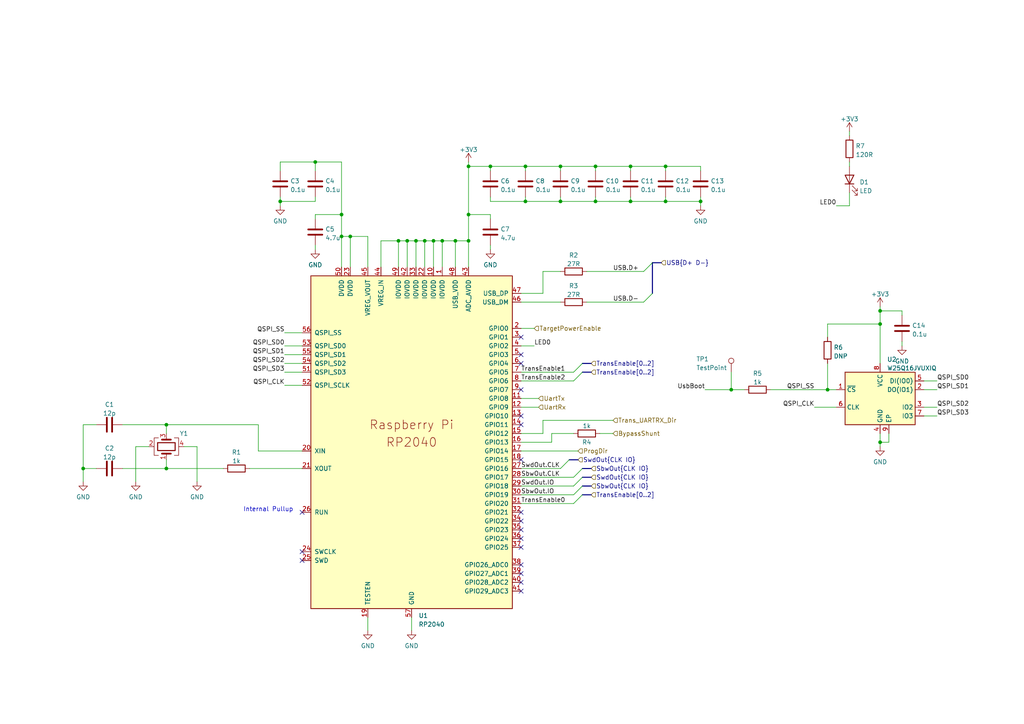
<source format=kicad_sch>
(kicad_sch (version 20211123) (generator eeschema)
  (paper "A4")
  (lib_symbols
    (symbol "Connector:TestPoint" (pin_numbers hide) (pin_names (offset 0.762) hide)
      (property "Reference" "TP" (at 0 6.858 0))
      (property "Value" "TestPoint" (at 0 5.08 0))
      (symbol "TestPoint_0_1"
        (circle (center 0 3.302) (radius 0.762))
      )
      (symbol "TestPoint_1_1"
        (pin passive line (at 0 0 90) (length 2.54) (name "1") (number "1"))
      )
    )
    (symbol "Device:C" (pin_numbers hide) (pin_names (offset 0.254))
      (property "Reference" "C" (at 0.635 2.54 0))
      (property "Value" "C" (at 0.635 -2.54 0))
      (symbol "C_0_1"
        (polyline (pts (xy -2.032 -0.762) (xy 2.032 -0.762)) (stroke (width 0.508)))
        (polyline (pts (xy -2.032 0.762) (xy 2.032 0.762)) (stroke (width 0.508)))
      )
      (symbol "C_1_1"
        (pin passive line (at 0 3.81 270) (length 2.794) (name "~") (number "1"))
        (pin passive line (at 0 -3.81 90) (length 2.794) (name "~") (number "2"))
      )
    )
    (symbol "Device:Crystal_GND24" (pin_names (offset 1.016) hide)
      (property "Reference" "Y" (at 3.175 5.08 0))
      (property "Value" "Crystal_GND24" (at 3.175 3.175 0))
      (symbol "Crystal_GND24_0_1"
        (rectangle (start -1.143 2.54) (end 1.143 -2.54) (stroke (width 0.3048)))
        (polyline (pts (xy -2.54 0) (xy -2.032 0)))
        (polyline (pts (xy -2.032 -1.27) (xy -2.032 1.27)) (stroke (width 0.508)))
        (polyline (pts (xy 0 -3.81) (xy 0 -3.556)))
        (polyline (pts (xy 0 3.556) (xy 0 3.81)))
        (polyline (pts (xy 2.032 -1.27) (xy 2.032 1.27)) (stroke (width 0.508)))
        (polyline (pts (xy 2.032 0) (xy 2.54 0)))
        (polyline (pts (xy -2.54 -2.286) (xy -2.54 -3.556) (xy 2.54 -3.556) (xy 2.54 -2.286)))
        (polyline (pts (xy -2.54 2.286) (xy -2.54 3.556) (xy 2.54 3.556) (xy 2.54 2.286)))
      )
      (symbol "Crystal_GND24_1_1"
        (pin passive line (at -3.81 0 0) (length 1.27) (name "1") (number "1"))
        (pin passive line (at 0 5.08 270) (length 1.27) (name "2") (number "2"))
        (pin passive line (at 3.81 0 180) (length 1.27) (name "3") (number "3"))
        (pin passive line (at 0 -5.08 90) (length 1.27) (name "4") (number "4"))
      )
    )
    (symbol "Device:LED" (pin_numbers hide) (pin_names (offset 1.016) hide)
      (property "Reference" "D" (at 0 2.54 0))
      (property "Value" "LED" (at 0 -2.54 0))
      (symbol "LED_0_1"
        (polyline (pts (xy -1.27 -1.27) (xy -1.27 1.27)) (stroke (width 0.254)))
        (polyline (pts (xy -1.27 0) (xy 1.27 0)))
        (polyline (pts (xy 1.27 -1.27) (xy 1.27 1.27) (xy -1.27 0) (xy 1.27 -1.27)) (stroke (width 0.254)))
        (polyline (pts (xy -3.048 -0.762) (xy -4.572 -2.286) (xy -3.81 -2.286) (xy -4.572 -2.286) (xy -4.572 -1.524)))
        (polyline (pts (xy -1.778 -0.762) (xy -3.302 -2.286) (xy -2.54 -2.286) (xy -3.302 -2.286) (xy -3.302 -1.524)))
      )
      (symbol "LED_1_1"
        (pin passive line (at -3.81 0 0) (length 2.54) (name "K") (number "1"))
        (pin passive line (at 3.81 0 180) (length 2.54) (name "A") (number "2"))
      )
    )
    (symbol "Device:R" (pin_numbers hide) (pin_names (offset 0))
      (property "Reference" "R" (at 2.032 0 90))
      (property "Value" "R" (at 0 0 90))
      (symbol "R_0_1"
        (rectangle (start -1.016 -2.54) (end 1.016 2.54) (stroke (width 0.254)))
      )
      (symbol "R_1_1"
        (pin passive line (at 0 3.81 270) (length 1.27) (name "~") (number "1"))
        (pin passive line (at 0 -3.81 90) (length 1.27) (name "~") (number "2"))
      )
    )
    (symbol "power:+3V3" (power) (pin_names (offset 0))
      (property "Value" "+3V3" (at 0 3.556 0))
      (symbol "+3V3_0_1"
        (polyline (pts (xy -0.762 1.27) (xy 0 2.54)))
        (polyline (pts (xy 0 0) (xy 0 2.54)))
        (polyline (pts (xy 0 2.54) (xy 0.762 1.27)))
      )
      (symbol "+3V3_1_1"
        (pin power_in line (at 0 0 90) (length 0) hide (name "+3V3") (number "1"))
      )
    )
    (symbol "power:GND" (power) (pin_names (offset 0))
      (property "Value" "GND" (at 0 -3.81 0))
      (symbol "GND_0_1"
        (polyline (pts (xy 0 0) (xy 0 -1.27) (xy 1.27 -1.27) (xy 0 -2.54) (xy -1.27 -1.27) (xy 0 -1.27)))
      )
      (symbol "GND_1_1"
        (pin power_in line (at 0 0 270) (length 0) hide (name "GND") (number "1"))
      )
    )
    (symbol "riotee:RP2040" (pin_names (offset 1.016))
      (property "Reference" "U" (at -29.21 49.53 0))
      (property "Value" "RP2040" (at 24.13 -49.53 0))
      (symbol "RP2040_0_0"
        (text "Raspberry Pi" (at 0 5.08 0) (effects (font (size 2.54 2.54))))
        (text "RP2040" (at 0 0 0) (effects (font (size 2.54 2.54))))
      )
      (symbol "RP2040_0_1"
        (rectangle (start 29.21 48.26) (end -29.21 -48.26) (stroke (width 0.254)) (fill (type background)))
      )
      (symbol "RP2040_1_1"
        (pin power_in line (at 8.89 50.8 270) (length 2.54) (name "IOVDD") (number "1"))
        (pin power_in line (at 6.35 50.8 270) (length 2.54) (name "IOVDD") (number "10"))
        (pin bidirectional line (at 31.75 12.7 180) (length 2.54) (name "GPIO8") (number "11"))
        (pin bidirectional line (at 31.75 10.16 180) (length 2.54) (name "GPIO9") (number "12"))
        (pin bidirectional line (at 31.75 7.62 180) (length 2.54) (name "GPIO10") (number "13"))
        (pin bidirectional line (at 31.75 5.08 180) (length 2.54) (name "GPIO11") (number "14"))
        (pin bidirectional line (at 31.75 2.54 180) (length 2.54) (name "GPIO12") (number "15"))
        (pin bidirectional line (at 31.75 0 180) (length 2.54) (name "GPIO13") (number "16"))
        (pin bidirectional line (at 31.75 -2.54 180) (length 2.54) (name "GPIO14") (number "17"))
        (pin bidirectional line (at 31.75 -5.08 180) (length 2.54) (name "GPIO15") (number "18"))
        (pin passive line (at -12.7 -50.8 90) (length 2.54) (name "TESTEN") (number "19"))
        (pin bidirectional line (at 31.75 33.02 180) (length 2.54) (name "GPIO0") (number "2"))
        (pin input line (at -31.75 -2.54 0) (length 2.54) (name "XIN") (number "20"))
        (pin passive line (at -31.75 -7.62 0) (length 2.54) (name "XOUT") (number "21"))
        (pin power_in line (at 3.81 50.8 270) (length 2.54) (name "IOVDD") (number "22"))
        (pin power_in line (at -17.78 50.8 270) (length 2.54) (name "DVDD") (number "23"))
        (pin output line (at -31.75 -31.75 0) (length 2.54) (name "SWCLK") (number "24"))
        (pin bidirectional line (at -31.75 -34.29 0) (length 2.54) (name "SWD") (number "25"))
        (pin input line (at -31.75 -20.32 0) (length 2.54) (name "RUN") (number "26"))
        (pin bidirectional line (at 31.75 -7.62 180) (length 2.54) (name "GPIO16") (number "27"))
        (pin bidirectional line (at 31.75 -10.16 180) (length 2.54) (name "GPIO17") (number "28"))
        (pin bidirectional line (at 31.75 -12.7 180) (length 2.54) (name "GPIO18") (number "29"))
        (pin bidirectional line (at 31.75 30.48 180) (length 2.54) (name "GPIO1") (number "3"))
        (pin bidirectional line (at 31.75 -15.24 180) (length 2.54) (name "GPIO19") (number "30"))
        (pin bidirectional line (at 31.75 -17.78 180) (length 2.54) (name "GPIO20") (number "31"))
        (pin bidirectional line (at 31.75 -20.32 180) (length 2.54) (name "GPIO21") (number "32"))
        (pin power_in line (at 1.27 50.8 270) (length 2.54) (name "IOVDD") (number "33"))
        (pin bidirectional line (at 31.75 -22.86 180) (length 2.54) (name "GPIO22") (number "34"))
        (pin bidirectional line (at 31.75 -25.4 180) (length 2.54) (name "GPIO23") (number "35"))
        (pin bidirectional line (at 31.75 -27.94 180) (length 2.54) (name "GPIO24") (number "36"))
        (pin bidirectional line (at 31.75 -30.48 180) (length 2.54) (name "GPIO25") (number "37"))
        (pin bidirectional line (at 31.75 -35.56 180) (length 2.54) (name "GPIO26_ADC0") (number "38"))
        (pin bidirectional line (at 31.75 -38.1 180) (length 2.54) (name "GPIO27_ADC1") (number "39"))
        (pin bidirectional line (at 31.75 27.94 180) (length 2.54) (name "GPIO2") (number "4"))
        (pin bidirectional line (at 31.75 -40.64 180) (length 2.54) (name "GPIO28_ADC2") (number "40"))
        (pin bidirectional line (at 31.75 -43.18 180) (length 2.54) (name "GPIO29_ADC3") (number "41"))
        (pin power_in line (at -1.27 50.8 270) (length 2.54) (name "IOVDD") (number "42"))
        (pin power_in line (at 16.51 50.8 270) (length 2.54) (name "ADC_AVDD") (number "43"))
        (pin power_in line (at -8.89 50.8 270) (length 2.54) (name "VREG_IN") (number "44"))
        (pin power_out line (at -12.7 50.8 270) (length 2.54) (name "VREG_VOUT") (number "45"))
        (pin bidirectional line (at 31.75 40.64 180) (length 2.54) (name "USB_DM") (number "46"))
        (pin bidirectional line (at 31.75 43.18 180) (length 2.54) (name "USB_DP") (number "47"))
        (pin power_in line (at 12.7 50.8 270) (length 2.54) (name "USB_VDD") (number "48"))
        (pin power_in line (at -3.81 50.8 270) (length 2.54) (name "IOVDD") (number "49"))
        (pin bidirectional line (at 31.75 25.4 180) (length 2.54) (name "GPIO3") (number "5"))
        (pin power_in line (at -20.32 50.8 270) (length 2.54) (name "DVDD") (number "50"))
        (pin bidirectional line (at -31.75 20.32 0) (length 2.54) (name "QSPI_SD3") (number "51"))
        (pin output line (at -31.75 16.51 0) (length 2.54) (name "QSPI_SCLK") (number "52"))
        (pin bidirectional line (at -31.75 27.94 0) (length 2.54) (name "QSPI_SD0") (number "53"))
        (pin bidirectional line (at -31.75 22.86 0) (length 2.54) (name "QSPI_SD2") (number "54"))
        (pin bidirectional line (at -31.75 25.4 0) (length 2.54) (name "QSPI_SD1") (number "55"))
        (pin bidirectional line (at -31.75 31.75 0) (length 2.54) (name "QSPI_SS") (number "56"))
        (pin power_in line (at 0 -50.8 90) (length 2.54) (name "GND") (number "57"))
        (pin bidirectional line (at 31.75 22.86 180) (length 2.54) (name "GPIO4") (number "6"))
        (pin bidirectional line (at 31.75 20.32 180) (length 2.54) (name "GPIO5") (number "7"))
        (pin bidirectional line (at 31.75 17.78 180) (length 2.54) (name "GPIO6") (number "8"))
        (pin bidirectional line (at 31.75 15.24 180) (length 2.54) (name "GPIO7") (number "9"))
      )
    )
    (symbol "riotee:W25Q16JVUXIQ"
      (property "Reference" "U" (at -8.89 8.89 0))
      (property "Value" "W25Q16JVUXIQ" (at 7.62 8.89 0))
      (symbol "W25Q16JVUXIQ_0_1"
        (rectangle (start -10.16 7.62) (end 10.16 -7.62) (stroke (width 0.254)) (fill (type background)))
      )
      (symbol "W25Q16JVUXIQ_1_1"
        (pin input line (at -12.7 2.54 0) (length 2.54) (name "~{CS}") (number "1"))
        (pin bidirectional line (at 12.7 2.54 180) (length 2.54) (name "DO(IO1)") (number "2"))
        (pin bidirectional line (at 12.7 -2.54 180) (length 2.54) (name "IO2") (number "3"))
        (pin power_in line (at 0 -10.16 90) (length 2.54) (name "GND") (number "4"))
        (pin bidirectional line (at 12.7 5.08 180) (length 2.54) (name "DI(IO0)") (number "5"))
        (pin input line (at -12.7 -2.54 0) (length 2.54) (name "CLK") (number "6"))
        (pin bidirectional line (at 12.7 -5.08 180) (length 2.54) (name "IO3") (number "7"))
        (pin power_in line (at 0 10.16 270) (length 2.54) (name "VCC") (number "8"))
        (pin passive line (at 2.54 -10.16 90) (length 2.54) (name "EP") (number "9"))
      )
    )
  )
  (junction (at 135.89 69.85))
  (junction (at 142.24 48.26))
  (junction (at 152.4 48.26))
  (junction (at 212.09 113.03))
  (junction (at 203.2 58.42))
  (junction (at 132.08 69.85))
  (junction (at 255.27 128.27))
  (junction (at 48.26 135.89))
  (junction (at 123.19 69.85))
  (junction (at 255.27 93.98))
  (junction (at 162.56 48.26))
  (junction (at 135.89 48.26))
  (junction (at 91.44 46.99))
  (junction (at 128.27 69.85))
  (junction (at 120.65 69.85))
  (junction (at 99.06 68.58))
  (junction (at 48.26 123.19))
  (junction (at 81.28 58.42))
  (junction (at 255.27 90.17))
  (junction (at 118.11 69.85))
  (junction (at 193.04 48.26))
  (junction (at 24.13 135.89))
  (junction (at 182.88 48.26))
  (junction (at 240.03 113.03))
  (junction (at 172.72 58.42))
  (junction (at 125.73 69.85))
  (junction (at 172.72 48.26))
  (junction (at 162.56 58.42))
  (junction (at 152.4 58.42))
  (junction (at 99.06 62.23))
  (junction (at 182.88 58.42))
  (junction (at 115.57 69.85))
  (junction (at 101.6 68.58))
  (junction (at 193.04 58.42))
  (junction (at 135.89 62.23))
  (no_connect (at 151.13 97.79))
  (no_connect (at 151.13 166.37))
  (no_connect (at 151.13 113.03))
  (no_connect (at 151.13 151.13))
  (no_connect (at 87.63 162.56))
  (no_connect (at 151.13 123.19))
  (no_connect (at 151.13 133.35))
  (no_connect (at 151.13 148.59))
  (no_connect (at 151.13 105.41))
  (no_connect (at 151.13 171.45))
  (no_connect (at 151.13 163.83))
  (no_connect (at 87.63 148.59))
  (no_connect (at 87.63 160.02))
  (no_connect (at 151.13 153.67))
  (no_connect (at 151.13 168.91))
  (no_connect (at 151.13 102.87))
  (no_connect (at 151.13 158.75))
  (no_connect (at 151.13 120.65))
  (no_connect (at 151.13 156.21))
  (bus_entry (at 189.23 85.09) (size -2.54 2.54))
  (bus_entry (at 168.91 143.51) (size -2.54 2.54))
  (bus_entry (at 168.91 105.41) (size -2.54 2.54))
  (bus_entry (at 165.1 133.35) (size -2.54 2.54))
  (bus_entry (at 168.91 107.95) (size -2.54 2.54))
  (bus_entry (at 168.91 140.97) (size -2.54 2.54))
  (bus_entry (at 168.91 138.43) (size -2.54 2.54))
  (bus_entry (at 189.23 76.2) (size -2.54 2.54))
  (bus_entry (at 168.91 135.89) (size -2.54 2.54))
  (wire (pts (xy 151.13 140.97) (xy 166.37 140.97)))
  (wire (pts (xy 135.89 69.85) (xy 135.89 77.47)))
  (wire (pts (xy 48.26 125.73) (xy 48.26 123.19)))
  (wire (pts (xy 255.27 88.9) (xy 255.27 90.17)))
  (wire (pts (xy 142.24 71.12) (xy 142.24 72.39)))
  (wire (pts (xy 151.13 95.25) (xy 154.94 95.25)))
  (wire (pts (xy 182.88 48.26) (xy 172.72 48.26)))
  (wire (pts (xy 101.6 77.47) (xy 101.6 68.58)))
  (wire (pts (xy 125.73 69.85) (xy 125.73 77.47)))
  (wire (pts (xy 91.44 71.12) (xy 91.44 72.39)))
  (wire (pts (xy 120.65 69.85) (xy 120.65 77.47)))
  (wire (pts (xy 151.13 107.95) (xy 166.37 107.95)))
  (wire (pts (xy 91.44 46.99) (xy 91.44 49.53)))
  (wire (pts (xy 255.27 125.73) (xy 255.27 128.27)))
  (wire (pts (xy 246.38 38.1) (xy 246.38 39.37)))
  (wire (pts (xy 119.38 179.07) (xy 119.38 182.88)))
  (wire (pts (xy 255.27 93.98) (xy 255.27 105.41)))
  (bus (pts (xy 168.91 105.41) (xy 171.45 105.41)))
  (wire (pts (xy 43.18 129.54) (xy 39.37 129.54)))
  (wire (pts (xy 157.48 85.09) (xy 151.13 85.09)))
  (wire (pts (xy 193.04 49.53) (xy 193.04 48.26)))
  (wire (pts (xy 267.97 113.03) (xy 271.78 113.03)))
  (bus (pts (xy 168.91 107.95) (xy 171.45 107.95)))
  (wire (pts (xy 82.55 105.41) (xy 87.63 105.41)))
  (wire (pts (xy 160.02 128.27) (xy 160.02 125.73)))
  (wire (pts (xy 212.09 107.95) (xy 212.09 113.03)))
  (bus (pts (xy 168.91 140.97) (xy 171.45 140.97)))
  (wire (pts (xy 91.44 57.15) (xy 91.44 58.42)))
  (wire (pts (xy 170.18 78.74) (xy 186.69 78.74)))
  (wire (pts (xy 57.15 129.54) (xy 57.15 139.7)))
  (wire (pts (xy 172.72 58.42) (xy 182.88 58.42)))
  (wire (pts (xy 132.08 69.85) (xy 135.89 69.85)))
  (wire (pts (xy 24.13 139.7) (xy 24.13 135.89)))
  (wire (pts (xy 142.24 48.26) (xy 135.89 48.26)))
  (wire (pts (xy 142.24 49.53) (xy 142.24 48.26)))
  (wire (pts (xy 132.08 69.85) (xy 132.08 77.47)))
  (wire (pts (xy 142.24 58.42) (xy 152.4 58.42)))
  (wire (pts (xy 135.89 46.99) (xy 135.89 48.26)))
  (wire (pts (xy 152.4 57.15) (xy 152.4 58.42)))
  (wire (pts (xy 151.13 115.57) (xy 156.21 115.57)))
  (wire (pts (xy 39.37 129.54) (xy 39.37 139.7)))
  (wire (pts (xy 142.24 63.5) (xy 142.24 62.23)))
  (wire (pts (xy 240.03 97.79) (xy 240.03 93.98)))
  (wire (pts (xy 123.19 69.85) (xy 125.73 69.85)))
  (wire (pts (xy 48.26 123.19) (xy 35.56 123.19)))
  (wire (pts (xy 142.24 57.15) (xy 142.24 58.42)))
  (wire (pts (xy 193.04 48.26) (xy 182.88 48.26)))
  (bus (pts (xy 168.91 143.51) (xy 171.45 143.51)))
  (wire (pts (xy 152.4 58.42) (xy 162.56 58.42)))
  (wire (pts (xy 35.56 135.89) (xy 48.26 135.89)))
  (wire (pts (xy 240.03 113.03) (xy 242.57 113.03)))
  (wire (pts (xy 162.56 57.15) (xy 162.56 58.42)))
  (wire (pts (xy 151.13 118.11) (xy 156.21 118.11)))
  (wire (pts (xy 257.81 125.73) (xy 257.81 128.27)))
  (wire (pts (xy 246.38 46.99) (xy 246.38 48.26)))
  (wire (pts (xy 257.81 128.27) (xy 255.27 128.27)))
  (wire (pts (xy 123.19 69.85) (xy 123.19 77.47)))
  (wire (pts (xy 162.56 78.74) (xy 157.48 78.74)))
  (wire (pts (xy 261.62 91.44) (xy 261.62 90.17)))
  (wire (pts (xy 91.44 62.23) (xy 99.06 62.23)))
  (wire (pts (xy 223.52 113.03) (xy 240.03 113.03)))
  (wire (pts (xy 151.13 143.51) (xy 166.37 143.51)))
  (wire (pts (xy 128.27 69.85) (xy 132.08 69.85)))
  (wire (pts (xy 151.13 128.27) (xy 160.02 128.27)))
  (wire (pts (xy 74.93 130.81) (xy 74.93 123.19)))
  (wire (pts (xy 203.2 49.53) (xy 203.2 48.26)))
  (wire (pts (xy 48.26 135.89) (xy 64.77 135.89)))
  (bus (pts (xy 191.77 76.2) (xy 189.23 76.2)))
  (wire (pts (xy 236.22 118.11) (xy 242.57 118.11)))
  (wire (pts (xy 99.06 46.99) (xy 99.06 62.23)))
  (bus (pts (xy 165.1 133.35) (xy 167.64 133.35)))
  (wire (pts (xy 157.48 125.73) (xy 151.13 125.73)))
  (wire (pts (xy 101.6 68.58) (xy 99.06 68.58)))
  (wire (pts (xy 82.55 111.76) (xy 87.63 111.76)))
  (wire (pts (xy 48.26 135.89) (xy 48.26 133.35)))
  (wire (pts (xy 91.44 46.99) (xy 99.06 46.99)))
  (wire (pts (xy 72.39 135.89) (xy 87.63 135.89)))
  (wire (pts (xy 81.28 57.15) (xy 81.28 58.42)))
  (bus (pts (xy 168.91 135.89) (xy 171.45 135.89)))
  (wire (pts (xy 53.34 129.54) (xy 57.15 129.54)))
  (wire (pts (xy 157.48 121.92) (xy 157.48 125.73)))
  (wire (pts (xy 110.49 77.47) (xy 110.49 69.85)))
  (wire (pts (xy 182.88 57.15) (xy 182.88 58.42)))
  (wire (pts (xy 135.89 48.26) (xy 135.89 62.23)))
  (wire (pts (xy 193.04 57.15) (xy 193.04 58.42)))
  (wire (pts (xy 255.27 90.17) (xy 255.27 93.98)))
  (wire (pts (xy 152.4 48.26) (xy 142.24 48.26)))
  (wire (pts (xy 172.72 57.15) (xy 172.72 58.42)))
  (wire (pts (xy 182.88 49.53) (xy 182.88 48.26)))
  (wire (pts (xy 82.55 100.33) (xy 87.63 100.33)))
  (wire (pts (xy 24.13 135.89) (xy 24.13 123.19)))
  (wire (pts (xy 203.2 48.26) (xy 193.04 48.26)))
  (wire (pts (xy 182.88 58.42) (xy 193.04 58.42)))
  (wire (pts (xy 151.13 87.63) (xy 162.56 87.63)))
  (wire (pts (xy 240.03 105.41) (xy 240.03 113.03)))
  (wire (pts (xy 82.55 96.52) (xy 87.63 96.52)))
  (wire (pts (xy 142.24 62.23) (xy 135.89 62.23)))
  (wire (pts (xy 24.13 123.19) (xy 27.94 123.19)))
  (wire (pts (xy 106.68 68.58) (xy 101.6 68.58)))
  (wire (pts (xy 82.55 107.95) (xy 87.63 107.95)))
  (wire (pts (xy 162.56 49.53) (xy 162.56 48.26)))
  (wire (pts (xy 106.68 179.07) (xy 106.68 182.88)))
  (wire (pts (xy 128.27 69.85) (xy 128.27 77.47)))
  (wire (pts (xy 267.97 120.65) (xy 271.78 120.65)))
  (wire (pts (xy 91.44 63.5) (xy 91.44 62.23)))
  (wire (pts (xy 48.26 123.19) (xy 74.93 123.19)))
  (wire (pts (xy 152.4 48.26) (xy 162.56 48.26)))
  (wire (pts (xy 240.03 93.98) (xy 255.27 93.98)))
  (wire (pts (xy 193.04 58.42) (xy 203.2 58.42)))
  (wire (pts (xy 115.57 69.85) (xy 115.57 77.47)))
  (wire (pts (xy 160.02 125.73) (xy 166.37 125.73)))
  (wire (pts (xy 118.11 69.85) (xy 118.11 77.47)))
  (bus (pts (xy 189.23 76.2) (xy 189.23 85.09)))
  (wire (pts (xy 87.63 130.81) (xy 74.93 130.81)))
  (wire (pts (xy 255.27 128.27) (xy 255.27 129.54)))
  (wire (pts (xy 151.13 100.33) (xy 154.94 100.33)))
  (wire (pts (xy 82.55 102.87) (xy 87.63 102.87)))
  (wire (pts (xy 118.11 69.85) (xy 120.65 69.85)))
  (wire (pts (xy 115.57 69.85) (xy 118.11 69.85)))
  (wire (pts (xy 91.44 58.42) (xy 81.28 58.42)))
  (wire (pts (xy 135.89 62.23) (xy 135.89 69.85)))
  (wire (pts (xy 242.57 59.69) (xy 246.38 59.69)))
  (wire (pts (xy 99.06 77.47) (xy 99.06 68.58)))
  (wire (pts (xy 157.48 78.74) (xy 157.48 85.09)))
  (wire (pts (xy 151.13 130.81) (xy 167.64 130.81)))
  (wire (pts (xy 110.49 69.85) (xy 115.57 69.85)))
  (wire (pts (xy 170.18 87.63) (xy 186.69 87.63)))
  (wire (pts (xy 152.4 49.53) (xy 152.4 48.26)))
  (wire (pts (xy 261.62 90.17) (xy 255.27 90.17)))
  (bus (pts (xy 168.91 138.43) (xy 171.45 138.43)))
  (wire (pts (xy 151.13 135.89) (xy 162.56 135.89)))
  (wire (pts (xy 261.62 99.06) (xy 261.62 100.33)))
  (wire (pts (xy 172.72 48.26) (xy 162.56 48.26)))
  (wire (pts (xy 246.38 55.88) (xy 246.38 59.69)))
  (wire (pts (xy 203.2 58.42) (xy 203.2 59.69)))
  (wire (pts (xy 99.06 62.23) (xy 99.06 68.58)))
  (wire (pts (xy 267.97 118.11) (xy 271.78 118.11)))
  (wire (pts (xy 172.72 49.53) (xy 172.72 48.26)))
  (wire (pts (xy 267.97 110.49) (xy 271.78 110.49)))
  (wire (pts (xy 173.99 125.73) (xy 177.8 125.73)))
  (wire (pts (xy 212.09 113.03) (xy 215.9 113.03)))
  (wire (pts (xy 203.2 57.15) (xy 203.2 58.42)))
  (wire (pts (xy 177.8 121.92) (xy 157.48 121.92)))
  (wire (pts (xy 151.13 110.49) (xy 166.37 110.49)))
  (wire (pts (xy 151.13 138.43) (xy 166.37 138.43)))
  (wire (pts (xy 120.65 69.85) (xy 123.19 69.85)))
  (wire (pts (xy 151.13 146.05) (xy 166.37 146.05)))
  (wire (pts (xy 106.68 77.47) (xy 106.68 68.58)))
  (wire (pts (xy 81.28 58.42) (xy 81.28 59.69)))
  (wire (pts (xy 81.28 46.99) (xy 91.44 46.99)))
  (wire (pts (xy 162.56 58.42) (xy 172.72 58.42)))
  (wire (pts (xy 125.73 69.85) (xy 128.27 69.85)))
  (wire (pts (xy 24.13 135.89) (xy 27.94 135.89)))
  (wire (pts (xy 81.28 49.53) (xy 81.28 46.99)))
  (wire (pts (xy 204.47 113.03) (xy 212.09 113.03)))
  (text "Internal Pullup" (at 85.09 148.59 180) (effects (font (size 1.27 1.27)) (justify right bottom)))
  (label "QSPI_SD2" (at 271.78 118.11 0))
  (label "QSPI_SD2" (at 82.55 105.41 180))
  (label "USB.D+" (at 177.8 78.74 0))
  (label "TransEnable2" (at 151.13 110.49 0))
  (label "SbwOut.IO" (at 151.13 143.51 0))
  (label "QSPI_CLK" (at 236.22 118.11 180))
  (label "QSPI_SD3" (at 271.78 120.65 0))
  (label "QSPI_SS" (at 82.55 96.52 180))
  (label "SbwOut.CLK" (at 151.13 138.43 0))
  (label "TransEnable1" (at 151.13 107.95 0))
  (label "UsbBoot" (at 204.47 113.03 180))
  (label "QSPI_SD1" (at 271.78 113.03 0))
  (label "SwdOut.CLK" (at 151.13 135.89 0))
  (label "SwdOut.IO" (at 151.13 140.97 0))
  (label "QSPI_SD3" (at 82.55 107.95 180))
  (label "QSPI_SD1" (at 82.55 102.87 180))
  (label "QSPI_SD0" (at 82.55 100.33 180))
  (label "LED0" (at 154.94 100.33 0))
  (label "LED0" (at 242.57 59.69 180))
  (label "QSPI_SD0" (at 271.78 110.49 0))
  (label "QSPI_CLK" (at 82.55 111.76 180))
  (label "USB.D-" (at 177.8 87.63 0))
  (label "QSPI_SS" (at 236.22 113.03 180))
  (label "TransEnable0" (at 151.13 146.05 0))
  (hierarchical_label "TransEnable[0..2]" (shape input) (at 171.45 143.51 0))
  (hierarchical_label "SbwOut{CLK IO}" (shape input) (at 171.45 135.89 0))
  (hierarchical_label "ProgDir" (shape input) (at 167.64 130.81 0))
  (hierarchical_label "UartRx" (shape input) (at 156.21 118.11 0))
  (hierarchical_label "TargetPowerEnable" (shape input) (at 154.94 95.25 0))
  (hierarchical_label "TransEnable[0..2]" (shape input) (at 171.45 105.41 0))
  (hierarchical_label "Trans_UARTRX_Dir" (shape input) (at 177.8 121.92 0))
  (hierarchical_label "UartTx" (shape input) (at 156.21 115.57 0))
  (hierarchical_label "SwdOut{CLK IO}" (shape input) (at 167.64 133.35 0))
  (hierarchical_label "TransEnable[0..2]" (shape input) (at 171.45 107.95 0))
  (hierarchical_label "BypassShunt" (shape input) (at 177.8 125.73 0))
  (hierarchical_label "SwdOut{CLK IO}" (shape input) (at 171.45 138.43 0))
  (hierarchical_label "SbwOut{CLK IO}" (shape input) (at 171.45 140.97 0))
  (hierarchical_label "USB{D+ D-}" (shape input) (at 191.77 76.2 0))
  (symbol (lib_id "Device:C") (at 142.24 53.34 0) (unit 1)
    (property "Reference" "C6" (at 145.161 52.5053 0) (effects (justify left)))
    (property "Value" "0.1u" (at 145.161 55.0422 0) (effects (justify left)))
    (property "Footprint" "Capacitor_SMD:C_0402_1005Metric" (effects hide))
    (property "MPN" "CL05A104KA5NNNC" (effects hide))
    (property "Description" "CAP CER 0.1UF 25V X5R 0402" (effects hide))
  )
  (symbol (lib_id "power:+3V3") (at 135.89 46.99 0) (unit 1)
    (property "Reference" "#PWR08" (effects hide))
    (property "Value" "+3V3" (at 135.89 43.4142 0))
  )
  (symbol (lib_id "Device:R") (at 166.37 87.63 90) (unit 1)
    (property "Reference" "R3" (at 166.37 82.9142 90))
    (property "Value" "27R" (at 166.37 85.4511 90))
    (property "Footprint" "Resistor_SMD:R_0402_1005Metric" (effects hide))
    (property "MPN" "CR0402-FX-27R0GLF" (effects hide))
    (property "Description" "RES SMD 27 OHM 1% 1/16W 0402" (effects hide))
  )
  (symbol (lib_id "power:GND") (at 106.68 182.88 0) (unit 1)
    (property "Reference" "#PWR06" (effects hide))
    (property "Value" "GND" (at 106.68 187.3234 0))
  )
  (symbol (lib_id "Device:LED") (at 246.38 52.07 90) (unit 1)
    (property "Reference" "D1" (at 249.301 52.8228 90) (effects (justify right)))
    (property "Value" "LED" (at 249.301 55.3597 90) (effects (justify right)))
    (property "Footprint" "LED_SMD:LED_0402_1005Metric" (effects hide))
    (property "MPN" "QBLP595-AG1" (effects hide))
    (property "Description" "LED GREEN CLEAR 0402 SMD" (effects hide))
  )
  (symbol (lib_id "Device:Crystal_GND24") (at 48.26 129.54 90) (unit 1)
    (property "Reference" "Y1" (at 53.34 125.73 90))
    (property "Value" "Crystal_GND24" (effects hide))
    (property "Footprint" "riotee:RALTRON_RH100" (effects hide))
    (property "MPN" "RH100-12.000-18-2030-TR" (effects hide))
    (property "Description" "CRYSTAL 12.0MHZ 18PF SMD" (effects hide))
  )
  (symbol (lib_id "Device:R") (at 170.18 125.73 90) (unit 1)
    (property "Reference" "R4" (at 170.18 128.27 90))
    (property "Value" "1k" (at 170.18 123.5511 90))
    (property "Footprint" "Resistor_SMD:R_0402_1005Metric" (effects hide))
    (property "MPN" "WR04X1001FTL" (effects hide))
    (property "Description" "RES 1K OHM 1% 1/16W 0402" (effects hide))
  )
  (symbol (lib_id "riotee:RP2040") (at 119.38 128.27 0) (unit 1)
    (property "Reference" "U1" (at 121.3994 178.5604 0) (effects (justify left)))
    (property "Value" "RP2040" (at 121.3994 181.0973 0) (effects (justify left)))
    (property "Footprint" "riotee:RP_RP2040" (effects hide))
    (property "MPN" "SC0914(13)" (effects hide))
    (property "Description" "IC MCU 32BIT EXT MEM 56QFN" (effects hide))
  )
  (symbol (lib_id "Device:C") (at 81.28 53.34 0) (unit 1)
    (property "Reference" "C3" (at 84.201 52.5053 0) (effects (justify left)))
    (property "Value" "0.1u" (at 84.201 55.0422 0) (effects (justify left)))
    (property "Footprint" "Capacitor_SMD:C_0402_1005Metric" (effects hide))
    (property "MPN" "CL05A104KA5NNNC" (effects hide))
    (property "Description" "CAP CER 0.1UF 25V X5R 0402" (effects hide))
  )
  (symbol (lib_id "Device:C") (at 91.44 53.34 0) (unit 1)
    (property "Reference" "C4" (at 94.361 52.5053 0) (effects (justify left)))
    (property "Value" "0.1u" (at 94.361 55.0422 0) (effects (justify left)))
    (property "Footprint" "Capacitor_SMD:C_0402_1005Metric" (effects hide))
    (property "MPN" "CL05A104KA5NNNC" (effects hide))
    (property "Description" "CAP CER 0.1UF 25V X5R 0402" (effects hide))
  )
  (symbol (lib_id "Connector:TestPoint") (at 212.09 107.95 0) (unit 1) (in_bom no)
    (property "Reference" "TP1" (at 201.93 104.1431 0) (effects (justify left)))
    (property "Value" "TestPoint" (at 201.93 106.68 0) (effects (justify left)))
    (property "Footprint" "TestPoint:TestPoint_Pad_D1.0mm" (effects hide))
  )
  (symbol (lib_id "power:+3V3") (at 255.27 88.9 0) (unit 1)
    (property "Reference" "#PWR012" (effects hide))
    (property "Value" "+3V3" (at 255.27 85.3242 0))
  )
  (symbol (lib_id "Device:R") (at 240.03 101.6 0) (unit 1)
    (property "Reference" "R6" (at 241.808 100.7653 0) (effects (justify left)))
    (property "Value" "DNP" (at 241.808 103.3022 0) (effects (justify left)))
    (property "Footprint" "Resistor_SMD:R_0402_1005Metric" (effects hide))
    (property "Description" "DO NOT PLACE" (effects hide))
  )
  (symbol (lib_id "power:+3V3") (at 246.38 38.1 0) (unit 1)
    (property "Reference" "#PWR011" (effects hide))
    (property "Value" "+3V3" (at 246.38 34.5242 0))
  )
  (symbol (lib_id "Device:C") (at 193.04 53.34 0) (unit 1)
    (property "Reference" "C12" (at 195.961 52.5053 0) (effects (justify left)))
    (property "Value" "0.1u" (at 195.961 55.0422 0) (effects (justify left)))
    (property "Footprint" "Capacitor_SMD:C_0402_1005Metric" (effects hide))
    (property "MPN" "CL05A104KA5NNNC" (effects hide))
    (property "Description" "CAP CER 0.1UF 25V X5R 0402" (effects hide))
  )
  (symbol (lib_id "power:GND") (at 142.24 72.39 0) (unit 1)
    (property "Reference" "#PWR09" (effects hide))
    (property "Value" "GND" (at 142.24 76.8334 0))
  )
  (symbol (lib_id "Device:C") (at 31.75 123.19 90) (unit 1)
    (property "Reference" "C1" (at 31.75 117.3312 90))
    (property "Value" "12p" (at 31.75 119.8681 90))
    (property "Footprint" "Capacitor_SMD:C_0402_1005Metric" (effects hide))
    (property "MPN" "04025A120JAT2A" (effects hide))
    (property "Description" "CAP CER 12PF 50V C0G/NP0 0402" (effects hide))
  )
  (symbol (lib_id "Device:C") (at 91.44 67.31 0) (unit 1)
    (property "Reference" "C5" (at 94.361 66.4753 0) (effects (justify left)))
    (property "Value" "4.7u" (at 94.361 69.0122 0) (effects (justify left)))
    (property "Footprint" "Capacitor_SMD:C_0402_1005Metric" (effects hide))
    (property "MPN" "CL05A475MP5NRNC" (effects hide))
    (property "Description" "CAP CER 4.7UF 10V X5R 0402" (effects hide))
  )
  (symbol (lib_id "power:GND") (at 255.27 129.54 0) (unit 1)
    (property "Reference" "#PWR013" (effects hide))
    (property "Value" "GND" (at 255.27 133.9834 0))
  )
  (symbol (lib_id "riotee:W25Q16JVUXIQ") (at 255.27 115.57 0) (unit 1)
    (property "Reference" "U2" (at 257.2894 104.2502 0) (effects (justify left)))
    (property "Value" "W25Q16JVUXIQ" (at 257.2894 106.7871 0) (effects (justify left)))
    (property "Footprint" "riotee:WB_UX8" (effects hide))
    (property "Datasheet" "https://www.winbond.com/resource-files/w25q16jv%20spi%20revh%2004082019%20plus.pdf" (effects hide))
    (property "MPN" "W25Q16JVUXIQ" (effects hide))
    (property "Description" "16Mbit SPI NOR flash" (effects hide))
  )
  (symbol (lib_id "power:GND") (at 57.15 139.7 0) (unit 1)
    (property "Reference" "#PWR03" (effects hide))
    (property "Value" "GND" (at 57.15 144.1434 0))
  )
  (symbol (lib_id "Device:C") (at 172.72 53.34 0) (unit 1)
    (property "Reference" "C10" (at 175.641 52.5053 0) (effects (justify left)))
    (property "Value" "0.1u" (at 175.641 55.0422 0) (effects (justify left)))
    (property "Footprint" "Capacitor_SMD:C_0402_1005Metric" (effects hide))
    (property "MPN" "CL05A104KA5NNNC" (effects hide))
    (property "Description" "CAP CER 0.1UF 25V X5R 0402" (effects hide))
  )
  (symbol (lib_id "Device:C") (at 162.56 53.34 0) (unit 1)
    (property "Reference" "C9" (at 165.481 52.5053 0) (effects (justify left)))
    (property "Value" "0.1u" (at 165.481 55.0422 0) (effects (justify left)))
    (property "Footprint" "Capacitor_SMD:C_0402_1005Metric" (effects hide))
    (property "MPN" "CL05A104KA5NNNC" (effects hide))
    (property "Description" "CAP CER 0.1UF 25V X5R 0402" (effects hide))
  )
  (symbol (lib_id "Device:R") (at 219.71 113.03 90) (unit 1)
    (property "Reference" "R5" (at 219.71 108.3142 90))
    (property "Value" "1k" (at 219.71 110.8511 90))
    (property "Footprint" "Resistor_SMD:R_0402_1005Metric" (effects hide))
    (property "MPN" "WR04X1001FTL" (effects hide))
    (property "Description" "RES 1K OHM 1% 1/16W 0402" (effects hide))
  )
  (symbol (lib_id "Device:C") (at 31.75 135.89 270) (unit 1)
    (property "Reference" "C2" (at 31.75 130.0312 90))
    (property "Value" "12p" (at 31.75 132.5681 90))
    (property "Footprint" "Capacitor_SMD:C_0402_1005Metric" (effects hide))
    (property "MPN" "04025A120JAT2A" (effects hide))
    (property "Description" "CAP CER 12PF 50V C0G/NP0 0402" (effects hide))
  )
  (symbol (lib_id "power:GND") (at 39.37 139.7 0) (unit 1)
    (property "Reference" "#PWR02" (effects hide))
    (property "Value" "GND" (at 39.37 144.1434 0))
  )
  (symbol (lib_id "Device:C") (at 182.88 53.34 0) (unit 1)
    (property "Reference" "C11" (at 185.801 52.5053 0) (effects (justify left)))
    (property "Value" "0.1u" (at 185.801 55.0422 0) (effects (justify left)))
    (property "Footprint" "Capacitor_SMD:C_0402_1005Metric" (effects hide))
    (property "MPN" "CL05A104KA5NNNC" (effects hide))
    (property "Description" "CAP CER 0.1UF 25V X5R 0402" (effects hide))
  )
  (symbol (lib_id "Device:C") (at 261.62 95.25 0) (unit 1)
    (property "Reference" "C14" (at 264.541 94.4153 0) (effects (justify left)))
    (property "Value" "0.1u" (at 264.541 96.9522 0) (effects (justify left)))
    (property "Footprint" "Capacitor_SMD:C_0402_1005Metric" (effects hide))
    (property "MPN" "CL05A104KA5NNNC" (effects hide))
    (property "Description" "CAP CER 0.1UF 25V X5R 0402" (effects hide))
  )
  (symbol (lib_id "Device:C") (at 142.24 67.31 0) (unit 1)
    (property "Reference" "C7" (at 145.161 66.4753 0) (effects (justify left)))
    (property "Value" "4.7u" (at 145.161 69.0122 0) (effects (justify left)))
    (property "Footprint" "Capacitor_SMD:C_0402_1005Metric" (effects hide))
    (property "MPN" "CL05A475MP5NRNC" (effects hide))
    (property "Description" "CAP CER 4.7UF 10V X5R 0402" (effects hide))
  )
  (symbol (lib_id "power:GND") (at 91.44 72.39 0) (unit 1)
    (property "Reference" "#PWR05" (effects hide))
    (property "Value" "GND" (at 91.44 76.8334 0))
  )
  (symbol (lib_id "Device:R") (at 68.58 135.89 90) (unit 1)
    (property "Reference" "R1" (at 68.58 131.1742 90))
    (property "Value" "1k" (at 68.58 133.7111 90))
    (property "Footprint" "Resistor_SMD:R_0402_1005Metric" (effects hide))
    (property "MPN" "WR04X1001FTL" (effects hide))
    (property "Description" "RES 1K OHM 1% 1/16W 0402" (effects hide))
  )
  (symbol (lib_id "Device:R") (at 246.38 43.18 0) (unit 1)
    (property "Reference" "R7" (at 248.158 42.3453 0) (effects (justify left)))
    (property "Value" "120R" (at 248.158 44.8822 0) (effects (justify left)))
    (property "Footprint" "Resistor_SMD:R_0402_1005Metric" (effects hide))
    (property "MPN" "CR0402-FX-1200GLF" (effects hide))
    (property "Description" "RES SMD 120 OHM 1% 1/16W 0402" (effects hide))
  )
  (symbol (lib_id "Device:R") (at 166.37 78.74 90) (unit 1)
    (property "Reference" "R2" (at 166.37 74.0242 90))
    (property "Value" "27R" (at 166.37 76.5611 90))
    (property "Footprint" "Resistor_SMD:R_0402_1005Metric" (effects hide))
    (property "MPN" "CR0402-FX-27R0GLF" (effects hide))
    (property "Description" "RES SMD 27 OHM 1% 1/16W 0402" (effects hide))
  )
  (symbol (lib_id "power:GND") (at 261.62 100.33 0) (unit 1)
    (property "Reference" "#PWR014" (effects hide))
    (property "Value" "GND" (at 261.62 104.7734 0))
  )
  (symbol (lib_id "power:GND") (at 119.38 182.88 0) (unit 1)
    (property "Reference" "#PWR07" (effects hide))
    (property "Value" "GND" (at 119.38 187.3234 0))
  )
  (symbol (lib_id "power:GND") (at 24.13 139.7 0) (unit 1)
    (property "Reference" "#PWR01" (effects hide))
    (property "Value" "GND" (at 24.13 144.1434 0))
  )
  (symbol (lib_id "power:GND") (at 203.2 59.69 0) (unit 1)
    (property "Reference" "#PWR010" (effects hide))
    (property "Value" "GND" (at 203.2 64.1334 0))
  )
  (symbol (lib_id "Device:C") (at 152.4 53.34 0) (unit 1)
    (property "Reference" "C8" (at 155.321 52.5053 0) (effects (justify left)))
    (property "Value" "0.1u" (at 155.321 55.0422 0) (effects (justify left)))
    (property "Footprint" "Capacitor_SMD:C_0402_1005Metric" (effects hide))
    (property "MPN" "CL05A104KA5NNNC" (effects hide))
    (property "Description" "CAP CER 0.1UF 25V X5R 0402" (effects hide))
  )
  (symbol (lib_id "Device:C") (at 203.2 53.34 0) (unit 1)
    (property "Reference" "C13" (at 206.121 52.5053 0) (effects (justify left)))
    (property "Value" "0.1u" (at 206.121 55.0422 0) (effects (justify left)))
    (property "Footprint" "Capacitor_SMD:C_0402_1005Metric" (effects hide))
    (property "MPN" "CL05A104KA5NNNC" (effects hide))
    (property "Description" "CAP CER 0.1UF 25V X5R 0402" (effects hide))
  )
  (symbol (lib_id "power:GND") (at 81.28 59.69 0) (unit 1)
    (property "Reference" "#PWR04" (effects hide))
    (property "Value" "GND" (at 81.28 64.1334 0))
  )
)
</source>
